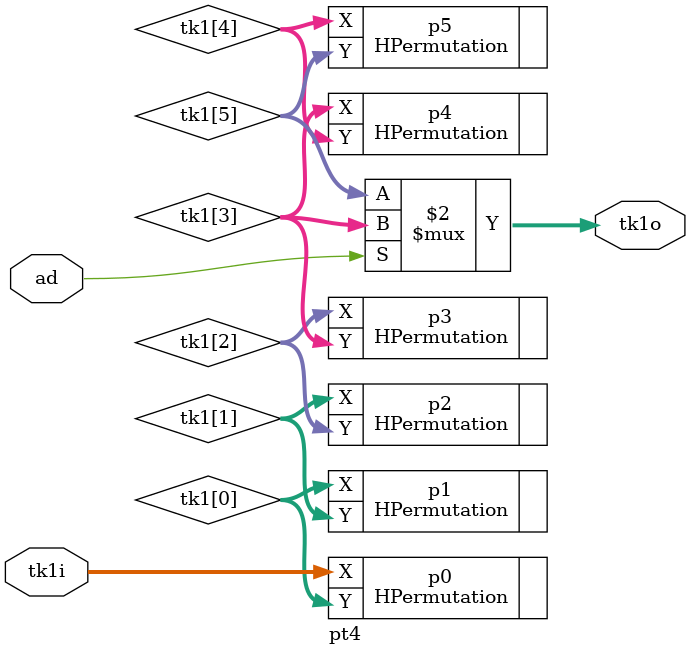
<source format=v>
module pt4 (/*AUTOARG*/
   // Outputs
   tk1o,
   // Inputs
   tk1i, ad
   ) ;
   output [63:0] tk1o;
   input [63:0]  tk1i;
   input ad;

   wire [63:0]   tk1 [5:0];   

   HPermutation p0 (.Y(tk1[0]),.X(tk1i));
   HPermutation p1 (.Y(tk1[1]),.X(tk1[0]));
   HPermutation p2 (.Y(tk1[2]),.X(tk1[1]));
   HPermutation p3 (.Y(tk1[3]),.X(tk1[2]));
   HPermutation p4 (.Y(tk1[4]),.X(tk1[3]));
   HPermutation p5 (.Y(tk1[5]),.X(tk1[4]));

   assign tk1o = (ad == 0) ? tk1[5] : tk1[3];

 
   
endmodule // pt8lfsr228

</source>
